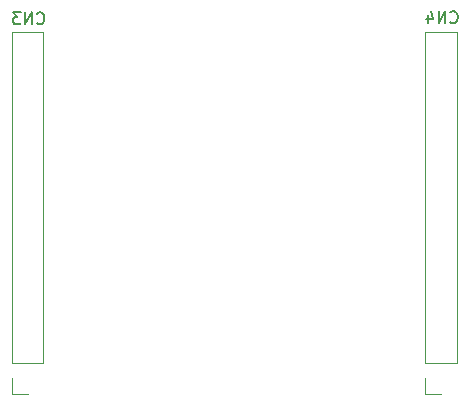
<source format=gbr>
G04 #@! TF.GenerationSoftware,KiCad,Pcbnew,5.1.5+dfsg1-2build2*
G04 #@! TF.CreationDate,2022-09-07T21:32:21-04:00*
G04 #@! TF.ProjectId,coco2_3134_64k_static_ram_board,636f636f-325f-4333-9133-345f36346b5f,1.0.0*
G04 #@! TF.SameCoordinates,Original*
G04 #@! TF.FileFunction,Legend,Bot*
G04 #@! TF.FilePolarity,Positive*
%FSLAX46Y46*%
G04 Gerber Fmt 4.6, Leading zero omitted, Abs format (unit mm)*
G04 Created by KiCad (PCBNEW 5.1.5+dfsg1-2build2) date 2022-09-07 21:32:21*
%MOMM*%
%LPD*%
G04 APERTURE LIST*
%ADD10C,0.120000*%
%ADD11C,0.150000*%
G04 APERTURE END LIST*
D10*
X101170000Y-83230000D02*
X103830000Y-83230000D01*
X101170000Y-111230000D02*
X101170000Y-83230000D01*
X103830000Y-111230000D02*
X103830000Y-83230000D01*
X101170000Y-111230000D02*
X103830000Y-111230000D01*
X101170000Y-112500000D02*
X101170000Y-113830000D01*
X101170000Y-113830000D02*
X102500000Y-113830000D01*
X136170000Y-113830000D02*
X137500000Y-113830000D01*
X136170000Y-112500000D02*
X136170000Y-113830000D01*
X136170000Y-111230000D02*
X138830000Y-111230000D01*
X138830000Y-111230000D02*
X138830000Y-83230000D01*
X136170000Y-111230000D02*
X136170000Y-83230000D01*
X136170000Y-83230000D02*
X138830000Y-83230000D01*
D11*
X103290476Y-82457142D02*
X103338095Y-82504761D01*
X103480952Y-82552380D01*
X103576190Y-82552380D01*
X103719047Y-82504761D01*
X103814285Y-82409523D01*
X103861904Y-82314285D01*
X103909523Y-82123809D01*
X103909523Y-81980952D01*
X103861904Y-81790476D01*
X103814285Y-81695238D01*
X103719047Y-81600000D01*
X103576190Y-81552380D01*
X103480952Y-81552380D01*
X103338095Y-81600000D01*
X103290476Y-81647619D01*
X102861904Y-82552380D02*
X102861904Y-81552380D01*
X102290476Y-82552380D01*
X102290476Y-81552380D01*
X101909523Y-81552380D02*
X101290476Y-81552380D01*
X101623809Y-81933333D01*
X101480952Y-81933333D01*
X101385714Y-81980952D01*
X101338095Y-82028571D01*
X101290476Y-82123809D01*
X101290476Y-82361904D01*
X101338095Y-82457142D01*
X101385714Y-82504761D01*
X101480952Y-82552380D01*
X101766666Y-82552380D01*
X101861904Y-82504761D01*
X101909523Y-82457142D01*
X138290476Y-82357142D02*
X138338095Y-82404761D01*
X138480952Y-82452380D01*
X138576190Y-82452380D01*
X138719047Y-82404761D01*
X138814285Y-82309523D01*
X138861904Y-82214285D01*
X138909523Y-82023809D01*
X138909523Y-81880952D01*
X138861904Y-81690476D01*
X138814285Y-81595238D01*
X138719047Y-81500000D01*
X138576190Y-81452380D01*
X138480952Y-81452380D01*
X138338095Y-81500000D01*
X138290476Y-81547619D01*
X137861904Y-82452380D02*
X137861904Y-81452380D01*
X137290476Y-82452380D01*
X137290476Y-81452380D01*
X136385714Y-81785714D02*
X136385714Y-82452380D01*
X136623809Y-81404761D02*
X136861904Y-82119047D01*
X136242857Y-82119047D01*
M02*

</source>
